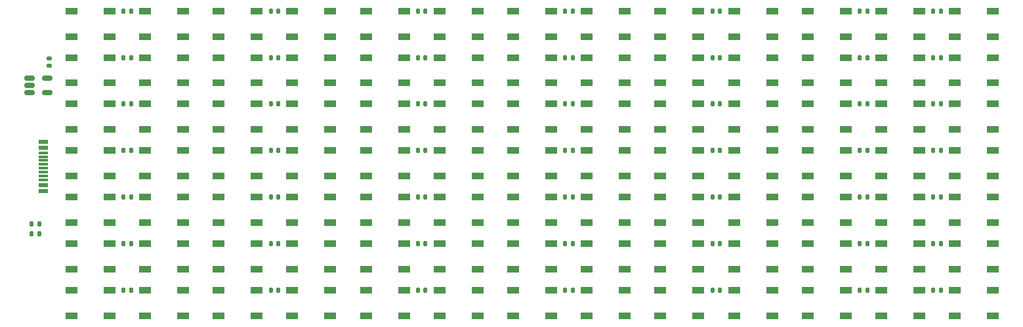
<source format=gbr>
%TF.GenerationSoftware,KiCad,Pcbnew,8.0.7*%
%TF.CreationDate,2025-02-01T19:51:36+00:00*%
%TF.ProjectId,LED-Panel,4c45442d-5061-46e6-956c-2e6b69636164,rev?*%
%TF.SameCoordinates,Original*%
%TF.FileFunction,Paste,Top*%
%TF.FilePolarity,Positive*%
%FSLAX46Y46*%
G04 Gerber Fmt 4.6, Leading zero omitted, Abs format (unit mm)*
G04 Created by KiCad (PCBNEW 8.0.7) date 2025-02-01 19:51:36*
%MOMM*%
%LPD*%
G01*
G04 APERTURE LIST*
G04 Aperture macros list*
%AMRoundRect*
0 Rectangle with rounded corners*
0 $1 Rounding radius*
0 $2 $3 $4 $5 $6 $7 $8 $9 X,Y pos of 4 corners*
0 Add a 4 corners polygon primitive as box body*
4,1,4,$2,$3,$4,$5,$6,$7,$8,$9,$2,$3,0*
0 Add four circle primitives for the rounded corners*
1,1,$1+$1,$2,$3*
1,1,$1+$1,$4,$5*
1,1,$1+$1,$6,$7*
1,1,$1+$1,$8,$9*
0 Add four rect primitives between the rounded corners*
20,1,$1+$1,$2,$3,$4,$5,0*
20,1,$1+$1,$4,$5,$6,$7,0*
20,1,$1+$1,$6,$7,$8,$9,0*
20,1,$1+$1,$8,$9,$2,$3,0*%
G04 Aperture macros list end*
%ADD10RoundRect,0.140000X0.170000X-0.140000X0.170000X0.140000X-0.170000X0.140000X-0.170000X-0.140000X0*%
%ADD11RoundRect,0.090000X0.660000X0.360000X-0.660000X0.360000X-0.660000X-0.360000X0.660000X-0.360000X0*%
%ADD12RoundRect,0.140000X-0.140000X-0.170000X0.140000X-0.170000X0.140000X0.170000X-0.140000X0.170000X0*%
%ADD13RoundRect,0.135000X-0.135000X-0.185000X0.135000X-0.185000X0.135000X0.185000X-0.135000X0.185000X0*%
%ADD14R,1.240000X0.600000*%
%ADD15R,1.240000X0.300000*%
%ADD16RoundRect,0.150000X-0.512500X-0.150000X0.512500X-0.150000X0.512500X0.150000X-0.512500X0.150000X0*%
G04 APERTURE END LIST*
D10*
%TO.C,C50*%
X108700000Y-109100000D03*
X108700000Y-108140000D03*
%TD*%
D11*
%TO.C,D86*%
X183000000Y-141300000D03*
X183000000Y-138000000D03*
X178100000Y-138000000D03*
X178100000Y-141300000D03*
%TD*%
%TO.C,D61*%
X192500000Y-129300000D03*
X192500000Y-126000000D03*
X187600000Y-126000000D03*
X187600000Y-129300000D03*
%TD*%
D12*
%TO.C,C4*%
X175320000Y-102000000D03*
X176280000Y-102000000D03*
%TD*%
%TO.C,C44*%
X137320000Y-138000000D03*
X138280000Y-138000000D03*
%TD*%
D11*
%TO.C,D76*%
X211500000Y-135300000D03*
X211500000Y-132000000D03*
X206600000Y-132000000D03*
X206600000Y-135300000D03*
%TD*%
%TO.C,D39*%
X230500000Y-117300000D03*
X230500000Y-114000000D03*
X225600000Y-114000000D03*
X225600000Y-117300000D03*
%TD*%
%TO.C,D15*%
X126000000Y-111300000D03*
X126000000Y-108000000D03*
X121100000Y-108000000D03*
X121100000Y-111300000D03*
%TD*%
D12*
%TO.C,C11*%
X175320000Y-108000000D03*
X176280000Y-108000000D03*
%TD*%
D13*
%TO.C,R1*%
X106440000Y-129470000D03*
X107460000Y-129470000D03*
%TD*%
D11*
%TO.C,D4*%
X145000000Y-105300000D03*
X145000000Y-102000000D03*
X140100000Y-102000000D03*
X140100000Y-105300000D03*
%TD*%
%TO.C,D42*%
X135500000Y-123300000D03*
X135500000Y-120000000D03*
X130600000Y-120000000D03*
X130600000Y-123300000D03*
%TD*%
%TO.C,D71*%
X164000000Y-135300000D03*
X164000000Y-132000000D03*
X159100000Y-132000000D03*
X159100000Y-135300000D03*
%TD*%
D12*
%TO.C,C24*%
X156320000Y-120000000D03*
X157280000Y-120000000D03*
%TD*%
%TO.C,C36*%
X118320000Y-132000000D03*
X119280000Y-132000000D03*
%TD*%
%TO.C,C45*%
X156320000Y-138000000D03*
X157280000Y-138000000D03*
%TD*%
D14*
%TO.C,J1*%
X107940000Y-118840000D03*
X107940000Y-119640000D03*
D15*
X107940000Y-120790000D03*
X107940000Y-121790000D03*
X107940000Y-122290000D03*
X107940000Y-123290000D03*
D14*
X107940000Y-124440000D03*
X107940000Y-125240000D03*
X107940000Y-125240000D03*
X107940000Y-124440000D03*
D15*
X107940000Y-123790000D03*
X107940000Y-122790000D03*
X107940000Y-121290000D03*
X107940000Y-120290000D03*
D14*
X107940000Y-119640000D03*
X107940000Y-118840000D03*
%TD*%
D12*
%TO.C,C2*%
X137320000Y-102000000D03*
X138280000Y-102000000D03*
%TD*%
%TO.C,C37*%
X137320000Y-132000000D03*
X138280000Y-132000000D03*
%TD*%
D11*
%TO.C,D17*%
X145000000Y-111300000D03*
X145000000Y-108000000D03*
X140100000Y-108000000D03*
X140100000Y-111300000D03*
%TD*%
D12*
%TO.C,C34*%
X213320000Y-126000000D03*
X214280000Y-126000000D03*
%TD*%
D11*
%TO.C,D35*%
X192500000Y-117300000D03*
X192500000Y-114000000D03*
X187600000Y-114000000D03*
X187600000Y-117300000D03*
%TD*%
D13*
%TO.C,R2*%
X106440000Y-130700000D03*
X107460000Y-130700000D03*
%TD*%
D12*
%TO.C,C28*%
X222820000Y-120000000D03*
X223780000Y-120000000D03*
%TD*%
D11*
%TO.C,D77*%
X221000000Y-135300000D03*
X221000000Y-132000000D03*
X216100000Y-132000000D03*
X216100000Y-135300000D03*
%TD*%
%TO.C,D58*%
X164000000Y-129300000D03*
X164000000Y-126000000D03*
X159100000Y-126000000D03*
X159100000Y-129300000D03*
%TD*%
D12*
%TO.C,C16*%
X137320000Y-114000000D03*
X138280000Y-114000000D03*
%TD*%
%TO.C,C19*%
X194320000Y-114000000D03*
X195280000Y-114000000D03*
%TD*%
%TO.C,C13*%
X213320000Y-108000000D03*
X214280000Y-108000000D03*
%TD*%
D11*
%TO.C,D49*%
X202000000Y-123300000D03*
X202000000Y-120000000D03*
X197100000Y-120000000D03*
X197100000Y-123300000D03*
%TD*%
D16*
%TO.C,U1*%
X106190000Y-110640000D03*
X106190000Y-111590000D03*
X106190000Y-112540000D03*
X108465000Y-112540000D03*
X108465000Y-110640000D03*
%TD*%
D12*
%TO.C,C29*%
X118320000Y-126000000D03*
X119280000Y-126000000D03*
%TD*%
D11*
%TO.C,D78*%
X230500000Y-135300000D03*
X230500000Y-132000000D03*
X225600000Y-132000000D03*
X225600000Y-135300000D03*
%TD*%
D12*
%TO.C,C20*%
X213320000Y-114000000D03*
X214280000Y-114000000D03*
%TD*%
D11*
%TO.C,D23*%
X202000000Y-111300000D03*
X202000000Y-108000000D03*
X197100000Y-108000000D03*
X197100000Y-111300000D03*
%TD*%
%TO.C,D90*%
X221000000Y-141300000D03*
X221000000Y-138000000D03*
X216100000Y-138000000D03*
X216100000Y-141300000D03*
%TD*%
%TO.C,D12*%
X221000000Y-105300000D03*
X221000000Y-102000000D03*
X216100000Y-102000000D03*
X216100000Y-105300000D03*
%TD*%
%TO.C,D89*%
X211500000Y-141300000D03*
X211500000Y-138000000D03*
X206600000Y-138000000D03*
X206600000Y-141300000D03*
%TD*%
%TO.C,D16*%
X135500000Y-111300000D03*
X135500000Y-108000000D03*
X130600000Y-108000000D03*
X130600000Y-111300000D03*
%TD*%
%TO.C,D65*%
X230500000Y-129300000D03*
X230500000Y-126000000D03*
X225600000Y-126000000D03*
X225600000Y-129300000D03*
%TD*%
D12*
%TO.C,C14*%
X222820000Y-108000000D03*
X223780000Y-108000000D03*
%TD*%
%TO.C,C40*%
X194320000Y-132000000D03*
X195280000Y-132000000D03*
%TD*%
D11*
%TO.C,D67*%
X126000000Y-135300000D03*
X126000000Y-132000000D03*
X121100000Y-132000000D03*
X121100000Y-135300000D03*
%TD*%
%TO.C,D53*%
X116500000Y-129300000D03*
X116500000Y-126000000D03*
X111600000Y-126000000D03*
X111600000Y-129300000D03*
%TD*%
D12*
%TO.C,C26*%
X194320000Y-120000000D03*
X195280000Y-120000000D03*
%TD*%
D11*
%TO.C,D83*%
X154500000Y-141300000D03*
X154500000Y-138000000D03*
X149600000Y-138000000D03*
X149600000Y-141300000D03*
%TD*%
%TO.C,D47*%
X183000000Y-123300000D03*
X183000000Y-120000000D03*
X178100000Y-120000000D03*
X178100000Y-123300000D03*
%TD*%
%TO.C,D2*%
X126000000Y-105300000D03*
X126000000Y-102000000D03*
X121100000Y-102000000D03*
X121100000Y-105300000D03*
%TD*%
%TO.C,D64*%
X221000000Y-129300000D03*
X221000000Y-126000000D03*
X216100000Y-126000000D03*
X216100000Y-129300000D03*
%TD*%
%TO.C,D14*%
X116500000Y-111300000D03*
X116500000Y-108000000D03*
X111600000Y-108000000D03*
X111600000Y-111300000D03*
%TD*%
%TO.C,D55*%
X135500000Y-129300000D03*
X135500000Y-126000000D03*
X130600000Y-126000000D03*
X130600000Y-129300000D03*
%TD*%
D12*
%TO.C,C23*%
X137320000Y-120000000D03*
X138280000Y-120000000D03*
%TD*%
%TO.C,C43*%
X118320000Y-138000000D03*
X119280000Y-138000000D03*
%TD*%
D11*
%TO.C,D1*%
X116500000Y-105300000D03*
X116500000Y-102000000D03*
X111600000Y-102000000D03*
X111600000Y-105300000D03*
%TD*%
%TO.C,D66*%
X116500000Y-135300000D03*
X116500000Y-132000000D03*
X111600000Y-132000000D03*
X111600000Y-135300000D03*
%TD*%
%TO.C,D34*%
X183000000Y-117300000D03*
X183000000Y-114000000D03*
X178100000Y-114000000D03*
X178100000Y-117300000D03*
%TD*%
%TO.C,D56*%
X145000000Y-129300000D03*
X145000000Y-126000000D03*
X140100000Y-126000000D03*
X140100000Y-129300000D03*
%TD*%
%TO.C,D40*%
X116500000Y-123300000D03*
X116500000Y-120000000D03*
X111600000Y-120000000D03*
X111600000Y-123300000D03*
%TD*%
%TO.C,D44*%
X154500000Y-123300000D03*
X154500000Y-120000000D03*
X149600000Y-120000000D03*
X149600000Y-123300000D03*
%TD*%
%TO.C,D25*%
X221000000Y-111300000D03*
X221000000Y-108000000D03*
X216100000Y-108000000D03*
X216100000Y-111300000D03*
%TD*%
%TO.C,D41*%
X126000000Y-123300000D03*
X126000000Y-120000000D03*
X121100000Y-120000000D03*
X121100000Y-123300000D03*
%TD*%
D12*
%TO.C,C39*%
X175320000Y-132000000D03*
X176280000Y-132000000D03*
%TD*%
D11*
%TO.C,D13*%
X230500000Y-105300000D03*
X230500000Y-102000000D03*
X225600000Y-102000000D03*
X225600000Y-105300000D03*
%TD*%
%TO.C,D91*%
X230500000Y-141300000D03*
X230500000Y-138000000D03*
X225600000Y-138000000D03*
X225600000Y-141300000D03*
%TD*%
%TO.C,D20*%
X173500000Y-111300000D03*
X173500000Y-108000000D03*
X168600000Y-108000000D03*
X168600000Y-111300000D03*
%TD*%
%TO.C,D19*%
X164000000Y-111300000D03*
X164000000Y-108000000D03*
X159100000Y-108000000D03*
X159100000Y-111300000D03*
%TD*%
D12*
%TO.C,C15*%
X118320000Y-114000000D03*
X119280000Y-114000000D03*
%TD*%
D11*
%TO.C,D87*%
X192500000Y-141300000D03*
X192500000Y-138000000D03*
X187600000Y-138000000D03*
X187600000Y-141300000D03*
%TD*%
D12*
%TO.C,C17*%
X156320000Y-114000000D03*
X157280000Y-114000000D03*
%TD*%
%TO.C,C8*%
X118320000Y-108000000D03*
X119280000Y-108000000D03*
%TD*%
%TO.C,C30*%
X137320000Y-126000000D03*
X138280000Y-126000000D03*
%TD*%
%TO.C,C1*%
X118320000Y-102000000D03*
X119280000Y-102000000D03*
%TD*%
D11*
%TO.C,D51*%
X221000000Y-123300000D03*
X221000000Y-120000000D03*
X216100000Y-120000000D03*
X216100000Y-123300000D03*
%TD*%
D12*
%TO.C,C21*%
X222820000Y-114000000D03*
X223780000Y-114000000D03*
%TD*%
%TO.C,C7*%
X222820000Y-102000000D03*
X223780000Y-102000000D03*
%TD*%
D11*
%TO.C,D73*%
X183000000Y-135300000D03*
X183000000Y-132000000D03*
X178100000Y-132000000D03*
X178100000Y-135300000D03*
%TD*%
%TO.C,D75*%
X202000000Y-135300000D03*
X202000000Y-132000000D03*
X197100000Y-132000000D03*
X197100000Y-135300000D03*
%TD*%
%TO.C,D6*%
X164000000Y-105300000D03*
X164000000Y-102000000D03*
X159100000Y-102000000D03*
X159100000Y-105300000D03*
%TD*%
%TO.C,D70*%
X154500000Y-135300000D03*
X154500000Y-132000000D03*
X149600000Y-132000000D03*
X149600000Y-135300000D03*
%TD*%
%TO.C,D18*%
X154500000Y-111300000D03*
X154500000Y-108000000D03*
X149600000Y-108000000D03*
X149600000Y-111300000D03*
%TD*%
D12*
%TO.C,C35*%
X222820000Y-126000000D03*
X223780000Y-126000000D03*
%TD*%
D11*
%TO.C,D88*%
X202000000Y-141300000D03*
X202000000Y-138000000D03*
X197100000Y-138000000D03*
X197100000Y-141300000D03*
%TD*%
%TO.C,D84*%
X164000000Y-141300000D03*
X164000000Y-138000000D03*
X159100000Y-138000000D03*
X159100000Y-141300000D03*
%TD*%
%TO.C,D60*%
X183000000Y-129300000D03*
X183000000Y-126000000D03*
X178100000Y-126000000D03*
X178100000Y-129300000D03*
%TD*%
%TO.C,D27*%
X116500000Y-117300000D03*
X116500000Y-114000000D03*
X111600000Y-114000000D03*
X111600000Y-117300000D03*
%TD*%
D12*
%TO.C,C41*%
X213320000Y-132000000D03*
X214280000Y-132000000D03*
%TD*%
%TO.C,C6*%
X213320000Y-102000000D03*
X214280000Y-102000000D03*
%TD*%
D11*
%TO.C,D36*%
X202000000Y-117300000D03*
X202000000Y-114000000D03*
X197100000Y-114000000D03*
X197100000Y-117300000D03*
%TD*%
%TO.C,D50*%
X211500000Y-123300000D03*
X211500000Y-120000000D03*
X206600000Y-120000000D03*
X206600000Y-123300000D03*
%TD*%
%TO.C,D7*%
X173500000Y-105300000D03*
X173500000Y-102000000D03*
X168600000Y-102000000D03*
X168600000Y-105300000D03*
%TD*%
%TO.C,D52*%
X230500000Y-123300000D03*
X230500000Y-120000000D03*
X225600000Y-120000000D03*
X225600000Y-123300000D03*
%TD*%
D12*
%TO.C,C38*%
X156320000Y-132000000D03*
X157280000Y-132000000D03*
%TD*%
D11*
%TO.C,D79*%
X116500000Y-141300000D03*
X116500000Y-138000000D03*
X111600000Y-138000000D03*
X111600000Y-141300000D03*
%TD*%
D12*
%TO.C,C27*%
X213320000Y-120000000D03*
X214280000Y-120000000D03*
%TD*%
D11*
%TO.C,D43*%
X145000000Y-123300000D03*
X145000000Y-120000000D03*
X140100000Y-120000000D03*
X140100000Y-123300000D03*
%TD*%
%TO.C,D48*%
X192500000Y-123300000D03*
X192500000Y-120000000D03*
X187600000Y-120000000D03*
X187600000Y-123300000D03*
%TD*%
%TO.C,D10*%
X202000000Y-105300000D03*
X202000000Y-102000000D03*
X197100000Y-102000000D03*
X197100000Y-105300000D03*
%TD*%
%TO.C,D29*%
X135500000Y-117300000D03*
X135500000Y-114000000D03*
X130600000Y-114000000D03*
X130600000Y-117300000D03*
%TD*%
%TO.C,D37*%
X211500000Y-117300000D03*
X211500000Y-114000000D03*
X206600000Y-114000000D03*
X206600000Y-117300000D03*
%TD*%
D12*
%TO.C,C10*%
X156320000Y-108000000D03*
X157280000Y-108000000D03*
%TD*%
%TO.C,C42*%
X222820000Y-132000000D03*
X223780000Y-132000000D03*
%TD*%
D11*
%TO.C,D30*%
X145000000Y-117300000D03*
X145000000Y-114000000D03*
X140100000Y-114000000D03*
X140100000Y-117300000D03*
%TD*%
%TO.C,D45*%
X164000000Y-123300000D03*
X164000000Y-120000000D03*
X159100000Y-120000000D03*
X159100000Y-123300000D03*
%TD*%
D12*
%TO.C,C25*%
X175320000Y-120000000D03*
X176280000Y-120000000D03*
%TD*%
%TO.C,C9*%
X137320000Y-108000000D03*
X138280000Y-108000000D03*
%TD*%
D11*
%TO.C,D85*%
X173500000Y-141300000D03*
X173500000Y-138000000D03*
X168600000Y-138000000D03*
X168600000Y-141300000D03*
%TD*%
D12*
%TO.C,C32*%
X175320000Y-126000000D03*
X176280000Y-126000000D03*
%TD*%
D11*
%TO.C,D33*%
X173500000Y-117300000D03*
X173500000Y-114000000D03*
X168600000Y-114000000D03*
X168600000Y-117300000D03*
%TD*%
%TO.C,D82*%
X145000000Y-141300000D03*
X145000000Y-138000000D03*
X140100000Y-138000000D03*
X140100000Y-141300000D03*
%TD*%
%TO.C,D68*%
X135500000Y-135300000D03*
X135500000Y-132000000D03*
X130600000Y-132000000D03*
X130600000Y-135300000D03*
%TD*%
%TO.C,D26*%
X230500000Y-111300000D03*
X230500000Y-108000000D03*
X225600000Y-108000000D03*
X225600000Y-111300000D03*
%TD*%
%TO.C,D9*%
X192500000Y-105300000D03*
X192500000Y-102000000D03*
X187600000Y-102000000D03*
X187600000Y-105300000D03*
%TD*%
D12*
%TO.C,C31*%
X156320000Y-126000000D03*
X157280000Y-126000000D03*
%TD*%
D11*
%TO.C,D72*%
X173500000Y-135300000D03*
X173500000Y-132000000D03*
X168600000Y-132000000D03*
X168600000Y-135300000D03*
%TD*%
%TO.C,D3*%
X135500000Y-105300000D03*
X135500000Y-102000000D03*
X130600000Y-102000000D03*
X130600000Y-105300000D03*
%TD*%
%TO.C,D63*%
X211500000Y-129300000D03*
X211500000Y-126000000D03*
X206600000Y-126000000D03*
X206600000Y-129300000D03*
%TD*%
%TO.C,D62*%
X202000000Y-129300000D03*
X202000000Y-126000000D03*
X197100000Y-126000000D03*
X197100000Y-129300000D03*
%TD*%
D12*
%TO.C,C18*%
X175320000Y-114000000D03*
X176280000Y-114000000D03*
%TD*%
D11*
%TO.C,D59*%
X173500000Y-129300000D03*
X173500000Y-126000000D03*
X168600000Y-126000000D03*
X168600000Y-129300000D03*
%TD*%
%TO.C,D38*%
X221000000Y-117300000D03*
X221000000Y-114000000D03*
X216100000Y-114000000D03*
X216100000Y-117300000D03*
%TD*%
%TO.C,D24*%
X211500000Y-111300000D03*
X211500000Y-108000000D03*
X206600000Y-108000000D03*
X206600000Y-111300000D03*
%TD*%
%TO.C,D81*%
X135500000Y-141300000D03*
X135500000Y-138000000D03*
X130600000Y-138000000D03*
X130600000Y-141300000D03*
%TD*%
%TO.C,D74*%
X192500000Y-135300000D03*
X192500000Y-132000000D03*
X187600000Y-132000000D03*
X187600000Y-135300000D03*
%TD*%
%TO.C,D28*%
X126000000Y-117300000D03*
X126000000Y-114000000D03*
X121100000Y-114000000D03*
X121100000Y-117300000D03*
%TD*%
%TO.C,D69*%
X145000000Y-135300000D03*
X145000000Y-132000000D03*
X140100000Y-132000000D03*
X140100000Y-135300000D03*
%TD*%
%TO.C,D8*%
X183000000Y-105300000D03*
X183000000Y-102000000D03*
X178100000Y-102000000D03*
X178100000Y-105300000D03*
%TD*%
D12*
%TO.C,C47*%
X194320000Y-138000000D03*
X195280000Y-138000000D03*
%TD*%
D11*
%TO.C,D5*%
X154500000Y-105300000D03*
X154500000Y-102000000D03*
X149600000Y-102000000D03*
X149600000Y-105300000D03*
%TD*%
%TO.C,D80*%
X126000000Y-141300000D03*
X126000000Y-138000000D03*
X121100000Y-138000000D03*
X121100000Y-141300000D03*
%TD*%
D12*
%TO.C,C46*%
X175320000Y-138000000D03*
X176280000Y-138000000D03*
%TD*%
%TO.C,C22*%
X118320000Y-120000000D03*
X119280000Y-120000000D03*
%TD*%
D11*
%TO.C,D57*%
X154500000Y-129300000D03*
X154500000Y-126000000D03*
X149600000Y-126000000D03*
X149600000Y-129300000D03*
%TD*%
D12*
%TO.C,C3*%
X156320000Y-102000000D03*
X157280000Y-102000000D03*
%TD*%
D11*
%TO.C,D22*%
X192500000Y-111300000D03*
X192500000Y-108000000D03*
X187600000Y-108000000D03*
X187600000Y-111300000D03*
%TD*%
%TO.C,D31*%
X154500000Y-117300000D03*
X154500000Y-114000000D03*
X149600000Y-114000000D03*
X149600000Y-117300000D03*
%TD*%
%TO.C,D54*%
X126000000Y-129300000D03*
X126000000Y-126000000D03*
X121100000Y-126000000D03*
X121100000Y-129300000D03*
%TD*%
D12*
%TO.C,C33*%
X194320000Y-126000000D03*
X195280000Y-126000000D03*
%TD*%
D11*
%TO.C,D21*%
X183000000Y-111300000D03*
X183000000Y-108000000D03*
X178100000Y-108000000D03*
X178100000Y-111300000D03*
%TD*%
%TO.C,D32*%
X164000000Y-117300000D03*
X164000000Y-114000000D03*
X159100000Y-114000000D03*
X159100000Y-117300000D03*
%TD*%
D12*
%TO.C,C49*%
X222820000Y-138000000D03*
X223780000Y-138000000D03*
%TD*%
D11*
%TO.C,D46*%
X173500000Y-123300000D03*
X173500000Y-120000000D03*
X168600000Y-120000000D03*
X168600000Y-123300000D03*
%TD*%
D12*
%TO.C,C5*%
X194320000Y-102000000D03*
X195280000Y-102000000D03*
%TD*%
%TO.C,C48*%
X213320000Y-138000000D03*
X214280000Y-138000000D03*
%TD*%
%TO.C,C12*%
X194320000Y-108000000D03*
X195280000Y-108000000D03*
%TD*%
D11*
%TO.C,D11*%
X211500000Y-105300000D03*
X211500000Y-102000000D03*
X206600000Y-102000000D03*
X206600000Y-105300000D03*
%TD*%
M02*

</source>
